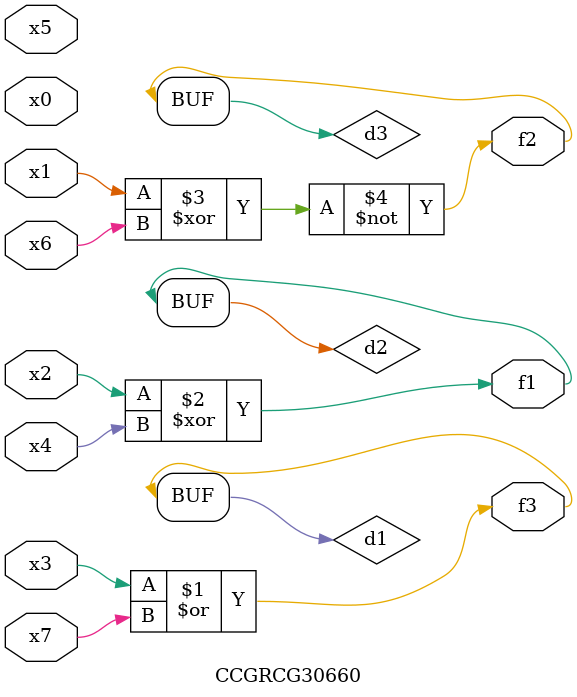
<source format=v>
module CCGRCG30660(
	input x0, x1, x2, x3, x4, x5, x6, x7,
	output f1, f2, f3
);

	wire d1, d2, d3;

	or (d1, x3, x7);
	xor (d2, x2, x4);
	xnor (d3, x1, x6);
	assign f1 = d2;
	assign f2 = d3;
	assign f3 = d1;
endmodule

</source>
